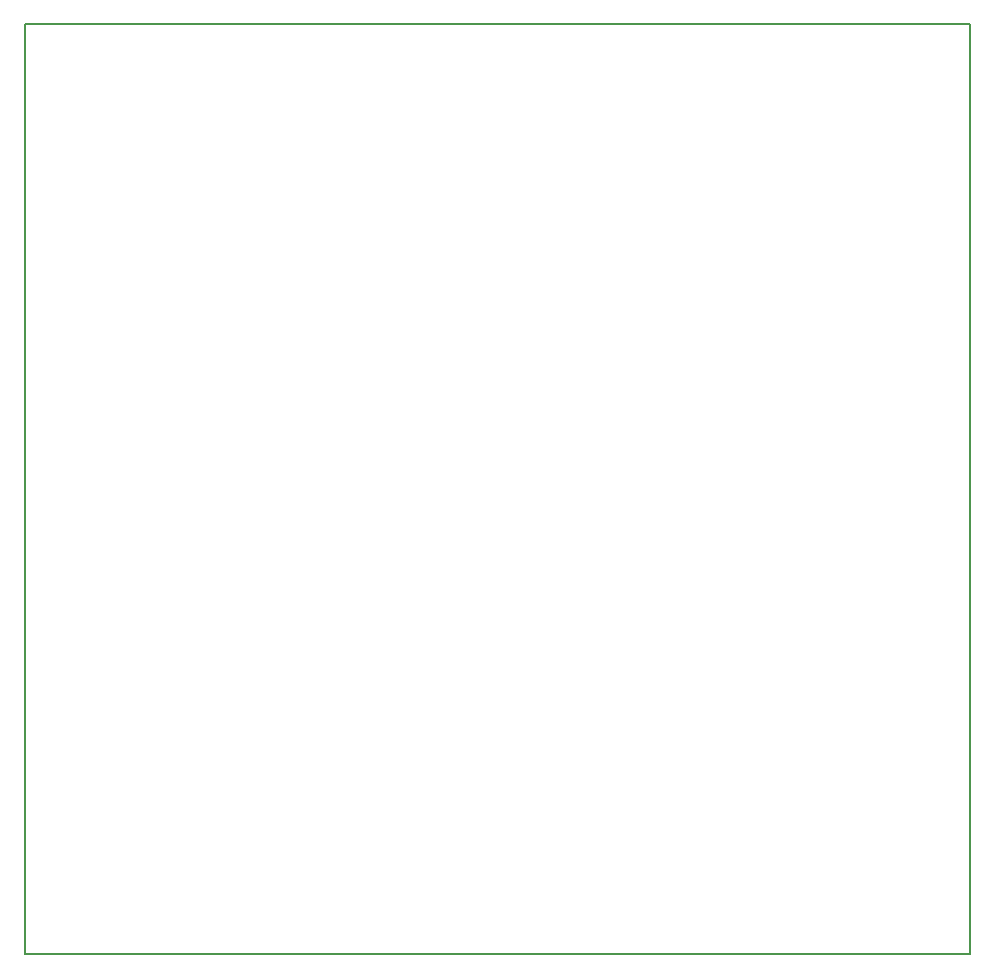
<source format=gbr>
G04 #@! TF.FileFunction,Profile,NP*
%FSLAX46Y46*%
G04 Gerber Fmt 4.6, Leading zero omitted, Abs format (unit mm)*
G04 Created by KiCad (PCBNEW (2016-02-16 BZR 6568, Git 6c5f954)-product) date Sun 21 Feb 2016 12:14:23 PM EST*
%MOMM*%
G01*
G04 APERTURE LIST*
%ADD10C,0.100000*%
%ADD11C,0.150000*%
G04 APERTURE END LIST*
D10*
D11*
X87630000Y-144780000D02*
X87630000Y-66040000D01*
X167640000Y-144780000D02*
X87630000Y-144780000D01*
X167640000Y-66040000D02*
X167640000Y-144780000D01*
X87630000Y-66040000D02*
X167640000Y-66040000D01*
M02*

</source>
